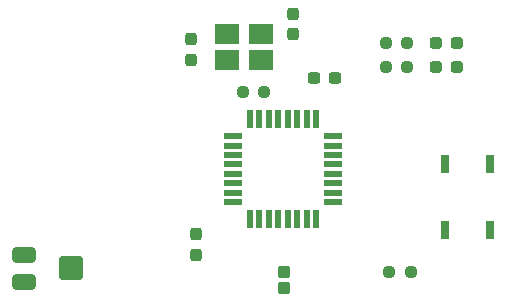
<source format=gtp>
G04 #@! TF.GenerationSoftware,KiCad,Pcbnew,7.0.7*
G04 #@! TF.CreationDate,2023-10-10T15:44:46+02:00*
G04 #@! TF.ProjectId,EcranLCD_Schema_V1.2,45637261-6e4c-4434-945f-536368656d61,rev?*
G04 #@! TF.SameCoordinates,Original*
G04 #@! TF.FileFunction,Paste,Top*
G04 #@! TF.FilePolarity,Positive*
%FSLAX46Y46*%
G04 Gerber Fmt 4.6, Leading zero omitted, Abs format (unit mm)*
G04 Created by KiCad (PCBNEW 7.0.7) date 2023-10-10 15:44:46*
%MOMM*%
%LPD*%
G01*
G04 APERTURE LIST*
G04 Aperture macros list*
%AMRoundRect*
0 Rectangle with rounded corners*
0 $1 Rounding radius*
0 $2 $3 $4 $5 $6 $7 $8 $9 X,Y pos of 4 corners*
0 Add a 4 corners polygon primitive as box body*
4,1,4,$2,$3,$4,$5,$6,$7,$8,$9,$2,$3,0*
0 Add four circle primitives for the rounded corners*
1,1,$1+$1,$2,$3*
1,1,$1+$1,$4,$5*
1,1,$1+$1,$6,$7*
1,1,$1+$1,$8,$9*
0 Add four rect primitives between the rounded corners*
20,1,$1+$1,$2,$3,$4,$5,0*
20,1,$1+$1,$4,$5,$6,$7,0*
20,1,$1+$1,$6,$7,$8,$9,0*
20,1,$1+$1,$8,$9,$2,$3,0*%
G04 Aperture macros list end*
%ADD10RoundRect,0.237500X-0.237500X0.300000X-0.237500X-0.300000X0.237500X-0.300000X0.237500X0.300000X0*%
%ADD11RoundRect,0.237500X0.250000X0.237500X-0.250000X0.237500X-0.250000X-0.237500X0.250000X-0.237500X0*%
%ADD12RoundRect,0.250000X0.750000X-0.400000X0.750000X0.400000X-0.750000X0.400000X-0.750000X-0.400000X0*%
%ADD13RoundRect,0.250000X0.750000X-0.750000X0.750000X0.750000X-0.750000X0.750000X-0.750000X-0.750000X0*%
%ADD14R,0.762000X1.524000*%
%ADD15RoundRect,0.237500X0.300000X0.237500X-0.300000X0.237500X-0.300000X-0.237500X0.300000X-0.237500X0*%
%ADD16RoundRect,0.237500X-0.250000X-0.237500X0.250000X-0.237500X0.250000X0.237500X-0.250000X0.237500X0*%
%ADD17RoundRect,0.237500X0.237500X-0.300000X0.237500X0.300000X-0.237500X0.300000X-0.237500X-0.300000X0*%
%ADD18RoundRect,0.250000X0.275000X-0.287500X0.275000X0.287500X-0.275000X0.287500X-0.275000X-0.287500X0*%
%ADD19RoundRect,0.237500X0.287500X0.237500X-0.287500X0.237500X-0.287500X-0.237500X0.287500X-0.237500X0*%
%ADD20R,0.550000X1.600000*%
%ADD21R,1.600000X0.550000*%
%ADD22R,2.100000X1.800000*%
G04 APERTURE END LIST*
D10*
X136829800Y-75590400D03*
X136829800Y-77315400D03*
D11*
X142595600Y-63550800D03*
X140770600Y-63550800D03*
D12*
X122238000Y-79594000D03*
D13*
X126238000Y-78444000D03*
D12*
X122238000Y-77294000D03*
D14*
X157861000Y-75184000D03*
X157861000Y-69596000D03*
X161671000Y-75184000D03*
X161671000Y-69596000D03*
D15*
X148563500Y-62357000D03*
X146838500Y-62357000D03*
D16*
X153162000Y-78740000D03*
X154987000Y-78740000D03*
D17*
X136347200Y-60805400D03*
X136347200Y-59080400D03*
D18*
X144272000Y-80165000D03*
X144272000Y-78740000D03*
D19*
X158874400Y-59385200D03*
X157124400Y-59385200D03*
D20*
X146976000Y-65812000D03*
X146176000Y-65812000D03*
X145376000Y-65812000D03*
X144576000Y-65812000D03*
X143776000Y-65812000D03*
X142976000Y-65812000D03*
X142176000Y-65812000D03*
X141376000Y-65812000D03*
D21*
X139926000Y-67262000D03*
X139926000Y-68062000D03*
X139926000Y-68862000D03*
X139926000Y-69662000D03*
X139926000Y-70462000D03*
X139926000Y-71262000D03*
X139926000Y-72062000D03*
X139926000Y-72862000D03*
D20*
X141376000Y-74312000D03*
X142176000Y-74312000D03*
X142976000Y-74312000D03*
X143776000Y-74312000D03*
X144576000Y-74312000D03*
X145376000Y-74312000D03*
X146176000Y-74312000D03*
X146976000Y-74312000D03*
D21*
X148426000Y-72862000D03*
X148426000Y-72062000D03*
X148426000Y-71262000D03*
X148426000Y-70462000D03*
X148426000Y-69662000D03*
X148426000Y-68862000D03*
X148426000Y-68062000D03*
X148426000Y-67262000D03*
D16*
X152861000Y-61417200D03*
X154686000Y-61417200D03*
D22*
X139441600Y-60807600D03*
X142341600Y-60807600D03*
X142341600Y-58607600D03*
X139441600Y-58607600D03*
D16*
X152861000Y-59385200D03*
X154686000Y-59385200D03*
D19*
X158874400Y-61417200D03*
X157124400Y-61417200D03*
D17*
X145034000Y-58621000D03*
X145034000Y-56896000D03*
M02*

</source>
